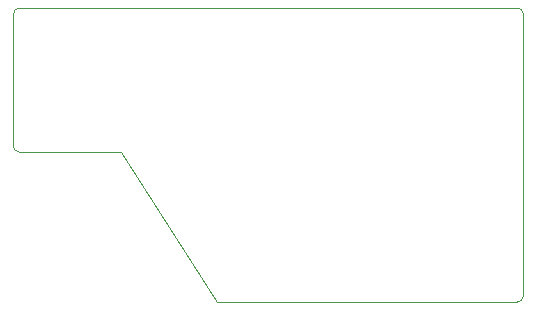
<source format=gm1>
G04 #@! TF.GenerationSoftware,KiCad,Pcbnew,6.0.8-f2edbf62ab~116~ubuntu22.04.1*
G04 #@! TF.CreationDate,2022-11-21T22:24:26-03:00*
G04 #@! TF.ProjectId,pip,7069702e-6b69-4636-9164-5f7063625858,rev?*
G04 #@! TF.SameCoordinates,Original*
G04 #@! TF.FileFunction,Profile,NP*
%FSLAX46Y46*%
G04 Gerber Fmt 4.6, Leading zero omitted, Abs format (unit mm)*
G04 Created by KiCad (PCBNEW 6.0.8-f2edbf62ab~116~ubuntu22.04.1) date 2022-11-21 22:24:26*
%MOMM*%
%LPD*%
G01*
G04 APERTURE LIST*
G04 #@! TA.AperFunction,Profile*
%ADD10C,0.100000*%
G04 #@! TD*
G04 APERTURE END LIST*
D10*
X159512000Y-103886000D02*
G75*
G03*
X160020000Y-103378000I0J508000D01*
G01*
X159512000Y-103886000D02*
X134112000Y-103886000D01*
X116840000Y-90678000D02*
X116840000Y-79502000D01*
X117348000Y-78994000D02*
G75*
G03*
X116840000Y-79502000I0J-508000D01*
G01*
X160020000Y-79502000D02*
G75*
G03*
X159512000Y-78994000I-508000J0D01*
G01*
X160020000Y-79502000D02*
X160020000Y-103378000D01*
X125984000Y-91186000D02*
X117348000Y-91186000D01*
X134112000Y-103886000D02*
X125984000Y-91186000D01*
X117348000Y-78994000D02*
X159512000Y-78994000D01*
X116840000Y-90678000D02*
G75*
G03*
X117348000Y-91186000I508000J0D01*
G01*
M02*

</source>
